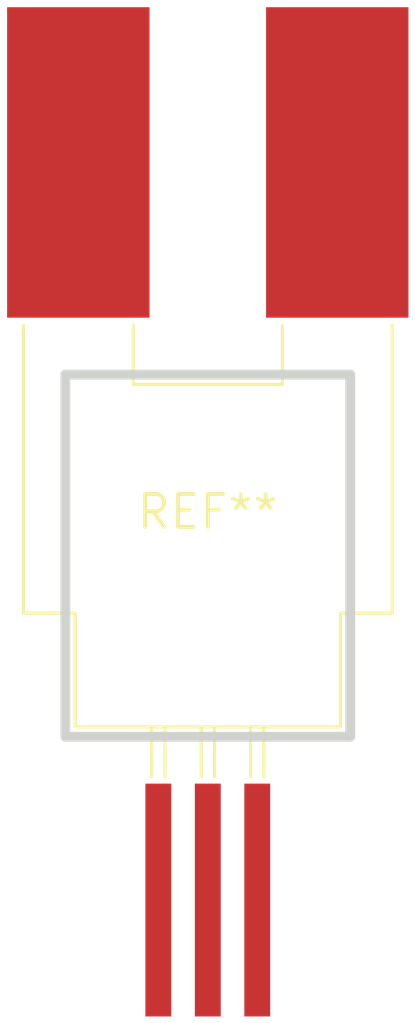
<source format=kicad_pcb>
(kicad_pcb (version 20240108) (generator pcbnew)
  (layers (0 "F.Cu" signal) (31 "B.Cu" signal) (34 "B.Paste" user) (35 "F.Paste" user) (36 "B.SilkS" user "B.Silkscreen") (37 "F.SilkS" user "F.Silkscreen") (38 "B.Mask" user) (39 "F.Mask" user) (44 "Edge.Cuts" user))
  (net 0 "")
  (footprint "Allegro_CB_PSS" (layer "F.Cu") (at 0 0)
    (property "Reference" "REF**")
    (property "Value" "Allegro_CB_PSS")
    (fp_line (start -7.12 3.91375) (end -7.12 -7.20625) (layer "F.SilkS") (stroke (width 0.12)))
    (fp_line (start -5.12 3.91375) (end -7.12 3.91375) (layer "F.SilkS") (stroke (width 0.12)))
    (fp_line (start -5.12 8.31375) (end -5.12 3.91375) (layer "F.SilkS") (stroke (width 0.12)))
    (fp_line (start -2.88 -4.92625) (end -2.88 -7.20625) (layer "F.SilkS") (stroke (width 0.12)))
    (fp_line (start -2.88 -4.92625) (end 2.88 -4.92625) (layer "F.SilkS") (stroke (width 0.12)))
    (fp_line (start -2.165 8.31375) (end -2.165 10.25625) (layer "F.SilkS") (stroke (width 0.12)))
    (fp_line (start -1.655 8.31375) (end -1.655 10.25625) (layer "F.SilkS") (stroke (width 0.12)))
    (fp_line (start -0.255 8.31375) (end -0.255 10.25625) (layer "F.SilkS") (stroke (width 0.12)))
    (fp_line (start 0.255 8.31375) (end 0.255 10.25625) (layer "F.SilkS") (stroke (width 0.12)))
    (fp_line (start 1.655 8.31375) (end 1.655 10.25625) (layer "F.SilkS") (stroke (width 0.12)))
    (fp_line (start 2.165 8.31375) (end 2.165 10.25625) (layer "F.SilkS") (stroke (width 0.12)))
    (fp_line (start 2.88 -4.92625) (end 2.88 -7.20625) (layer "F.SilkS") (stroke (width 0.12)))
    (fp_line (start 5.12 3.91375) (end 7.12 3.91375) (layer "F.SilkS") (stroke (width 0.12)))
    (fp_line (start 5.12 8.31375) (end -5.12 8.31375) (layer "F.SilkS") (stroke (width 0.12)))
    (fp_line (start 5.12 8.31375) (end 5.12 3.91375) (layer "F.SilkS") (stroke (width 0.12)))
    (fp_line (start 7.12 3.91375) (end 7.12 -7.20625) (layer "F.SilkS") (stroke (width 0.12)))
    (fp_line (start -5.5 -5.30625) (end 5.5 -5.30625) (layer "Edge.Cuts") (stroke (width 0.381)))
    (fp_line (start -5.5 8.69375) (end -5.5 -5.30625) (layer "Edge.Cuts") (stroke (width 0.381)))
    (fp_line (start 5.5 -5.30625) (end 5.5 8.69375) (layer "Edge.Cuts") (stroke (width 0.381)))
    (fp_line (start 5.5 8.69375) (end -5.5 8.69375) (layer "Edge.Cuts") (stroke (width 0.381)))
    (pad "1" smd rect (at -1.91 15.00625) (size 1 9) (layers "F.Cu" "F.Paste" "F.Mask"))
    (pad "2" smd rect (at 0 15.00625) (size 1 9) (layers "F.Cu" "F.Paste" "F.Mask"))
    (pad "3" smd rect (at 1.91 15.00625) (size 1 9) (layers "F.Cu" "F.Paste" "F.Mask"))
    (pad "4" smd rect (at 5 -13.50625) (size 5.5 12) (layers "F.Cu" "F.Paste" "F.Mask"))
    (pad "5" smd rect (at -5 -13.50625) (size 5.5 12) (layers "F.Cu" "F.Paste" "F.Mask"))
  )
)
</source>
